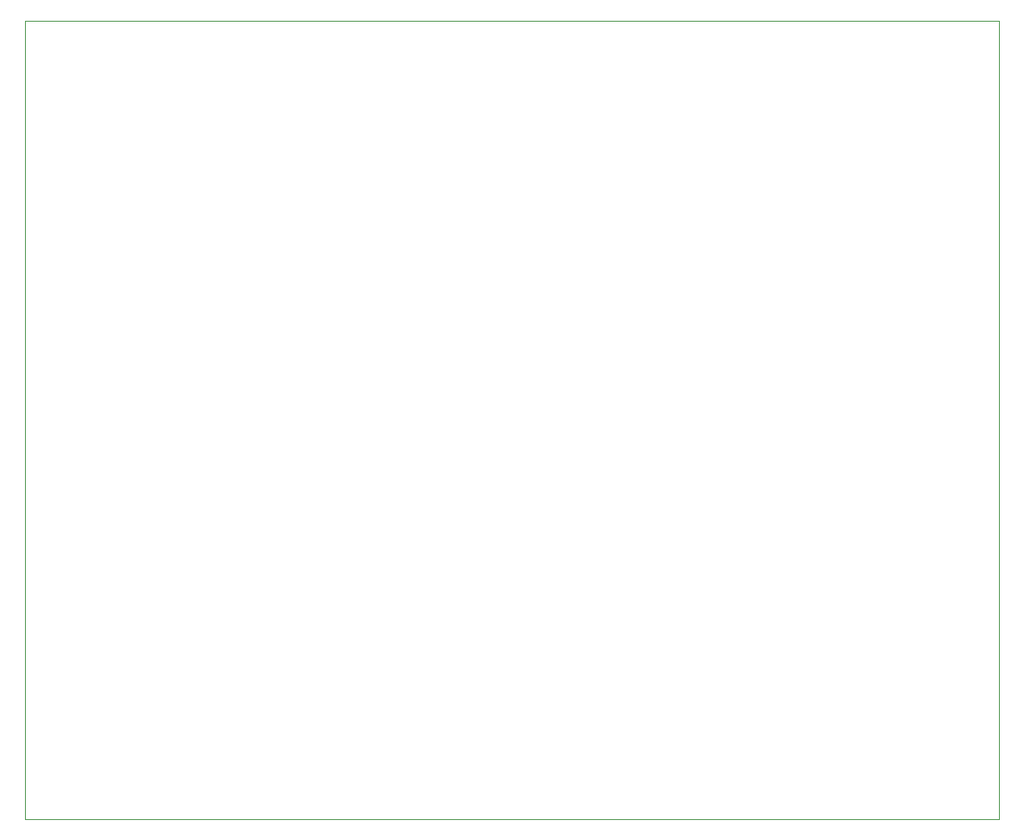
<source format=gm1>
G04 #@! TF.GenerationSoftware,KiCad,Pcbnew,(5.1.2)-2*
G04 #@! TF.CreationDate,2021-02-16T01:53:12-08:00*
G04 #@! TF.ProjectId,FiveStageStereoEQ,46697665-5374-4616-9765-53746572656f,v01*
G04 #@! TF.SameCoordinates,Original*
G04 #@! TF.FileFunction,Profile,NP*
%FSLAX46Y46*%
G04 Gerber Fmt 4.6, Leading zero omitted, Abs format (unit mm)*
G04 Created by KiCad (PCBNEW (5.1.2)-2) date 2021-02-16 01:53:12*
%MOMM*%
%LPD*%
G04 APERTURE LIST*
%ADD10C,0.120000*%
G04 APERTURE END LIST*
D10*
X82550000Y-134874000D02*
X181483000Y-134874000D01*
X82550000Y-53721000D02*
X82550000Y-134874000D01*
X181483000Y-53721000D02*
X82550000Y-53721000D01*
X181483000Y-134874000D02*
X181483000Y-53721000D01*
M02*

</source>
